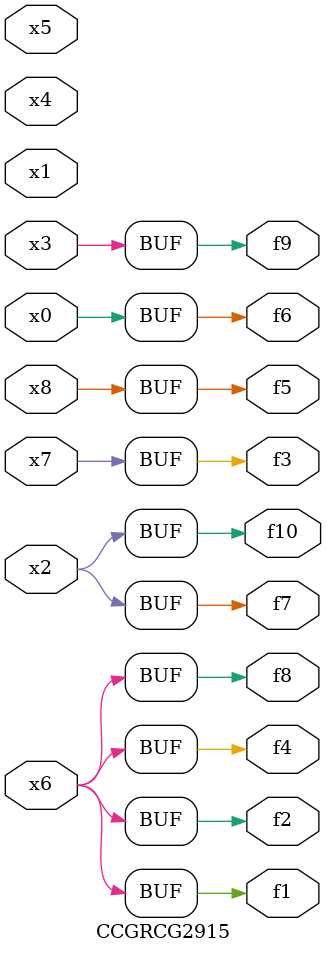
<source format=v>
module CCGRCG2915(
	input x0, x1, x2, x3, x4, x5, x6, x7, x8,
	output f1, f2, f3, f4, f5, f6, f7, f8, f9, f10
);
	assign f1 = x6;
	assign f2 = x6;
	assign f3 = x7;
	assign f4 = x6;
	assign f5 = x8;
	assign f6 = x0;
	assign f7 = x2;
	assign f8 = x6;
	assign f9 = x3;
	assign f10 = x2;
endmodule

</source>
